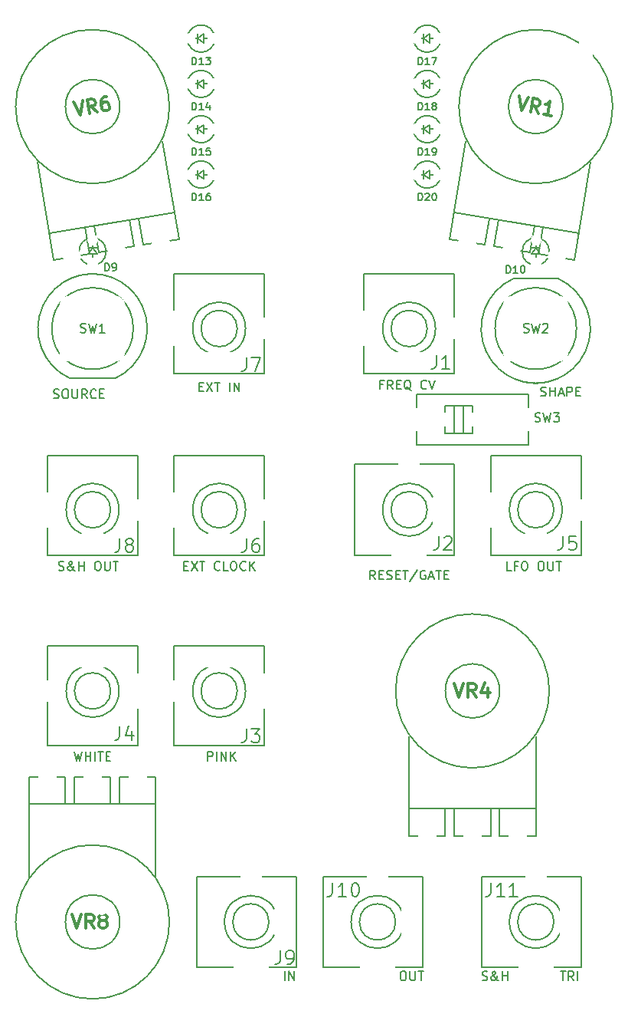
<source format=gto>
G04 #@! TF.FileFunction,Legend,Top*
%FSLAX46Y46*%
G04 Gerber Fmt 4.6, Leading zero omitted, Abs format (unit mm)*
G04 Created by KiCad (PCBNEW 4.0.2-stable) date 2017-03-21 6:39:37 PM*
%MOMM*%
G01*
G04 APERTURE LIST*
%ADD10C,0.100000*%
%ADD11C,0.150000*%
%ADD12C,0.304800*%
%ADD13C,2.018980*%
%ADD14O,4.020000X2.520000*%
%ADD15O,2.520000X2.020000*%
%ADD16O,1.520000X3.520000*%
%ADD17O,2.520000X4.020000*%
%ADD18O,2.020000X2.520000*%
%ADD19O,3.520000X1.520000*%
%ADD20R,1.220000X1.220000*%
%ADD21C,1.220000*%
%ADD22R,1.747200X1.747200*%
%ADD23O,1.747200X1.747200*%
%ADD24C,2.270000*%
%ADD25R,1.620000X2.820000*%
%ADD26C,1.544000*%
%ADD27R,1.220000X2.520000*%
%ADD28C,1.520000*%
%ADD29R,1.544000X1.544000*%
G04 APERTURE END LIST*
D10*
D11*
X63714286Y-65654762D02*
X63857143Y-65702381D01*
X64095239Y-65702381D01*
X64190477Y-65654762D01*
X64238096Y-65607143D01*
X64285715Y-65511905D01*
X64285715Y-65416667D01*
X64238096Y-65321429D01*
X64190477Y-65273810D01*
X64095239Y-65226190D01*
X63904762Y-65178571D01*
X63809524Y-65130952D01*
X63761905Y-65083333D01*
X63714286Y-64988095D01*
X63714286Y-64892857D01*
X63761905Y-64797619D01*
X63809524Y-64750000D01*
X63904762Y-64702381D01*
X64142858Y-64702381D01*
X64285715Y-64750000D01*
X64904762Y-64702381D02*
X65095239Y-64702381D01*
X65190477Y-64750000D01*
X65285715Y-64845238D01*
X65333334Y-65035714D01*
X65333334Y-65369048D01*
X65285715Y-65559524D01*
X65190477Y-65654762D01*
X65095239Y-65702381D01*
X64904762Y-65702381D01*
X64809524Y-65654762D01*
X64714286Y-65559524D01*
X64666667Y-65369048D01*
X64666667Y-65035714D01*
X64714286Y-64845238D01*
X64809524Y-64750000D01*
X64904762Y-64702381D01*
X65761905Y-64702381D02*
X65761905Y-65511905D01*
X65809524Y-65607143D01*
X65857143Y-65654762D01*
X65952381Y-65702381D01*
X66142858Y-65702381D01*
X66238096Y-65654762D01*
X66285715Y-65607143D01*
X66333334Y-65511905D01*
X66333334Y-64702381D01*
X67380953Y-65702381D02*
X67047619Y-65226190D01*
X66809524Y-65702381D02*
X66809524Y-64702381D01*
X67190477Y-64702381D01*
X67285715Y-64750000D01*
X67333334Y-64797619D01*
X67380953Y-64892857D01*
X67380953Y-65035714D01*
X67333334Y-65130952D01*
X67285715Y-65178571D01*
X67190477Y-65226190D01*
X66809524Y-65226190D01*
X68380953Y-65607143D02*
X68333334Y-65654762D01*
X68190477Y-65702381D01*
X68095239Y-65702381D01*
X67952381Y-65654762D01*
X67857143Y-65559524D01*
X67809524Y-65464286D01*
X67761905Y-65273810D01*
X67761905Y-65130952D01*
X67809524Y-64940476D01*
X67857143Y-64845238D01*
X67952381Y-64750000D01*
X68095239Y-64702381D01*
X68190477Y-64702381D01*
X68333334Y-64750000D01*
X68380953Y-64797619D01*
X68809524Y-65178571D02*
X69142858Y-65178571D01*
X69285715Y-65702381D02*
X68809524Y-65702381D01*
X68809524Y-64702381D01*
X69285715Y-64702381D01*
X117559524Y-65404762D02*
X117702381Y-65452381D01*
X117940477Y-65452381D01*
X118035715Y-65404762D01*
X118083334Y-65357143D01*
X118130953Y-65261905D01*
X118130953Y-65166667D01*
X118083334Y-65071429D01*
X118035715Y-65023810D01*
X117940477Y-64976190D01*
X117750000Y-64928571D01*
X117654762Y-64880952D01*
X117607143Y-64833333D01*
X117559524Y-64738095D01*
X117559524Y-64642857D01*
X117607143Y-64547619D01*
X117654762Y-64500000D01*
X117750000Y-64452381D01*
X117988096Y-64452381D01*
X118130953Y-64500000D01*
X118559524Y-65452381D02*
X118559524Y-64452381D01*
X118559524Y-64928571D02*
X119130953Y-64928571D01*
X119130953Y-65452381D02*
X119130953Y-64452381D01*
X119559524Y-65166667D02*
X120035715Y-65166667D01*
X119464286Y-65452381D02*
X119797619Y-64452381D01*
X120130953Y-65452381D01*
X120464286Y-65452381D02*
X120464286Y-64452381D01*
X120845239Y-64452381D01*
X120940477Y-64500000D01*
X120988096Y-64547619D01*
X121035715Y-64642857D01*
X121035715Y-64785714D01*
X120988096Y-64880952D01*
X120940477Y-64928571D01*
X120845239Y-64976190D01*
X120464286Y-64976190D01*
X121464286Y-64928571D02*
X121797620Y-64928571D01*
X121940477Y-65452381D02*
X121464286Y-65452381D01*
X121464286Y-64452381D01*
X121940477Y-64452381D01*
X119726191Y-128952381D02*
X120297620Y-128952381D01*
X120011905Y-129952381D02*
X120011905Y-128952381D01*
X121202382Y-129952381D02*
X120869048Y-129476190D01*
X120630953Y-129952381D02*
X120630953Y-128952381D01*
X121011906Y-128952381D01*
X121107144Y-129000000D01*
X121154763Y-129047619D01*
X121202382Y-129142857D01*
X121202382Y-129285714D01*
X121154763Y-129380952D01*
X121107144Y-129428571D01*
X121011906Y-129476190D01*
X120630953Y-129476190D01*
X121630953Y-129952381D02*
X121630953Y-128952381D01*
X111071429Y-129904762D02*
X111214286Y-129952381D01*
X111452382Y-129952381D01*
X111547620Y-129904762D01*
X111595239Y-129857143D01*
X111642858Y-129761905D01*
X111642858Y-129666667D01*
X111595239Y-129571429D01*
X111547620Y-129523810D01*
X111452382Y-129476190D01*
X111261905Y-129428571D01*
X111166667Y-129380952D01*
X111119048Y-129333333D01*
X111071429Y-129238095D01*
X111071429Y-129142857D01*
X111119048Y-129047619D01*
X111166667Y-129000000D01*
X111261905Y-128952381D01*
X111500001Y-128952381D01*
X111642858Y-129000000D01*
X112880953Y-129952381D02*
X112833334Y-129952381D01*
X112738096Y-129904762D01*
X112595239Y-129761905D01*
X112357144Y-129476190D01*
X112261905Y-129333333D01*
X112214286Y-129190476D01*
X112214286Y-129095238D01*
X112261905Y-129000000D01*
X112357144Y-128952381D01*
X112404763Y-128952381D01*
X112500001Y-129000000D01*
X112547620Y-129095238D01*
X112547620Y-129142857D01*
X112500001Y-129238095D01*
X112452382Y-129285714D01*
X112166667Y-129476190D01*
X112119048Y-129523810D01*
X112071429Y-129619048D01*
X112071429Y-129761905D01*
X112119048Y-129857143D01*
X112166667Y-129904762D01*
X112261905Y-129952381D01*
X112404763Y-129952381D01*
X112500001Y-129904762D01*
X112547620Y-129857143D01*
X112690477Y-129666667D01*
X112738096Y-129523810D01*
X112738096Y-129428571D01*
X113309524Y-129952381D02*
X113309524Y-128952381D01*
X113309524Y-129428571D02*
X113880953Y-129428571D01*
X113880953Y-129952381D02*
X113880953Y-128952381D01*
X102250000Y-128952381D02*
X102440477Y-128952381D01*
X102535715Y-129000000D01*
X102630953Y-129095238D01*
X102678572Y-129285714D01*
X102678572Y-129619048D01*
X102630953Y-129809524D01*
X102535715Y-129904762D01*
X102440477Y-129952381D01*
X102250000Y-129952381D01*
X102154762Y-129904762D01*
X102059524Y-129809524D01*
X102011905Y-129619048D01*
X102011905Y-129285714D01*
X102059524Y-129095238D01*
X102154762Y-129000000D01*
X102250000Y-128952381D01*
X103107143Y-128952381D02*
X103107143Y-129761905D01*
X103154762Y-129857143D01*
X103202381Y-129904762D01*
X103297619Y-129952381D01*
X103488096Y-129952381D01*
X103583334Y-129904762D01*
X103630953Y-129857143D01*
X103678572Y-129761905D01*
X103678572Y-128952381D01*
X104011905Y-128952381D02*
X104583334Y-128952381D01*
X104297619Y-129952381D02*
X104297619Y-128952381D01*
X89226191Y-129952381D02*
X89226191Y-128952381D01*
X89702381Y-129952381D02*
X89702381Y-128952381D01*
X90273810Y-129952381D01*
X90273810Y-128952381D01*
X80726191Y-105702381D02*
X80726191Y-104702381D01*
X81107144Y-104702381D01*
X81202382Y-104750000D01*
X81250001Y-104797619D01*
X81297620Y-104892857D01*
X81297620Y-105035714D01*
X81250001Y-105130952D01*
X81202382Y-105178571D01*
X81107144Y-105226190D01*
X80726191Y-105226190D01*
X81726191Y-105702381D02*
X81726191Y-104702381D01*
X82202381Y-105702381D02*
X82202381Y-104702381D01*
X82773810Y-105702381D01*
X82773810Y-104702381D01*
X83250000Y-105702381D02*
X83250000Y-104702381D01*
X83821429Y-105702381D02*
X83392857Y-105130952D01*
X83821429Y-104702381D02*
X83250000Y-105273810D01*
X65976191Y-104702381D02*
X66214286Y-105702381D01*
X66404763Y-104988095D01*
X66595239Y-105702381D01*
X66833334Y-104702381D01*
X67214286Y-105702381D02*
X67214286Y-104702381D01*
X67214286Y-105178571D02*
X67785715Y-105178571D01*
X67785715Y-105702381D02*
X67785715Y-104702381D01*
X68261905Y-105702381D02*
X68261905Y-104702381D01*
X68595238Y-104702381D02*
X69166667Y-104702381D01*
X68880952Y-105702381D02*
X68880952Y-104702381D01*
X69500000Y-105178571D02*
X69833334Y-105178571D01*
X69976191Y-105702381D02*
X69500000Y-105702381D01*
X69500000Y-104702381D01*
X69976191Y-104702381D01*
X99261905Y-85702381D02*
X98928571Y-85226190D01*
X98690476Y-85702381D02*
X98690476Y-84702381D01*
X99071429Y-84702381D01*
X99166667Y-84750000D01*
X99214286Y-84797619D01*
X99261905Y-84892857D01*
X99261905Y-85035714D01*
X99214286Y-85130952D01*
X99166667Y-85178571D01*
X99071429Y-85226190D01*
X98690476Y-85226190D01*
X99690476Y-85178571D02*
X100023810Y-85178571D01*
X100166667Y-85702381D02*
X99690476Y-85702381D01*
X99690476Y-84702381D01*
X100166667Y-84702381D01*
X100547619Y-85654762D02*
X100690476Y-85702381D01*
X100928572Y-85702381D01*
X101023810Y-85654762D01*
X101071429Y-85607143D01*
X101119048Y-85511905D01*
X101119048Y-85416667D01*
X101071429Y-85321429D01*
X101023810Y-85273810D01*
X100928572Y-85226190D01*
X100738095Y-85178571D01*
X100642857Y-85130952D01*
X100595238Y-85083333D01*
X100547619Y-84988095D01*
X100547619Y-84892857D01*
X100595238Y-84797619D01*
X100642857Y-84750000D01*
X100738095Y-84702381D01*
X100976191Y-84702381D01*
X101119048Y-84750000D01*
X101547619Y-85178571D02*
X101880953Y-85178571D01*
X102023810Y-85702381D02*
X101547619Y-85702381D01*
X101547619Y-84702381D01*
X102023810Y-84702381D01*
X102309524Y-84702381D02*
X102880953Y-84702381D01*
X102595238Y-85702381D02*
X102595238Y-84702381D01*
X103928572Y-84654762D02*
X103071429Y-85940476D01*
X104785715Y-84750000D02*
X104690477Y-84702381D01*
X104547620Y-84702381D01*
X104404762Y-84750000D01*
X104309524Y-84845238D01*
X104261905Y-84940476D01*
X104214286Y-85130952D01*
X104214286Y-85273810D01*
X104261905Y-85464286D01*
X104309524Y-85559524D01*
X104404762Y-85654762D01*
X104547620Y-85702381D01*
X104642858Y-85702381D01*
X104785715Y-85654762D01*
X104833334Y-85607143D01*
X104833334Y-85273810D01*
X104642858Y-85273810D01*
X105214286Y-85416667D02*
X105690477Y-85416667D01*
X105119048Y-85702381D02*
X105452381Y-84702381D01*
X105785715Y-85702381D01*
X105976191Y-84702381D02*
X106547620Y-84702381D01*
X106261905Y-85702381D02*
X106261905Y-84702381D01*
X106880953Y-85178571D02*
X107214287Y-85178571D01*
X107357144Y-85702381D02*
X106880953Y-85702381D01*
X106880953Y-84702381D01*
X107357144Y-84702381D01*
X114297619Y-84702381D02*
X113821428Y-84702381D01*
X113821428Y-83702381D01*
X114964286Y-84178571D02*
X114630952Y-84178571D01*
X114630952Y-84702381D02*
X114630952Y-83702381D01*
X115107143Y-83702381D01*
X115678571Y-83702381D02*
X115869048Y-83702381D01*
X115964286Y-83750000D01*
X116059524Y-83845238D01*
X116107143Y-84035714D01*
X116107143Y-84369048D01*
X116059524Y-84559524D01*
X115964286Y-84654762D01*
X115869048Y-84702381D01*
X115678571Y-84702381D01*
X115583333Y-84654762D01*
X115488095Y-84559524D01*
X115440476Y-84369048D01*
X115440476Y-84035714D01*
X115488095Y-83845238D01*
X115583333Y-83750000D01*
X115678571Y-83702381D01*
X117488095Y-83702381D02*
X117678572Y-83702381D01*
X117773810Y-83750000D01*
X117869048Y-83845238D01*
X117916667Y-84035714D01*
X117916667Y-84369048D01*
X117869048Y-84559524D01*
X117773810Y-84654762D01*
X117678572Y-84702381D01*
X117488095Y-84702381D01*
X117392857Y-84654762D01*
X117297619Y-84559524D01*
X117250000Y-84369048D01*
X117250000Y-84035714D01*
X117297619Y-83845238D01*
X117392857Y-83750000D01*
X117488095Y-83702381D01*
X118345238Y-83702381D02*
X118345238Y-84511905D01*
X118392857Y-84607143D01*
X118440476Y-84654762D01*
X118535714Y-84702381D01*
X118726191Y-84702381D01*
X118821429Y-84654762D01*
X118869048Y-84607143D01*
X118916667Y-84511905D01*
X118916667Y-83702381D01*
X119250000Y-83702381D02*
X119821429Y-83702381D01*
X119535714Y-84702381D02*
X119535714Y-83702381D01*
X78119047Y-84178571D02*
X78452381Y-84178571D01*
X78595238Y-84702381D02*
X78119047Y-84702381D01*
X78119047Y-83702381D01*
X78595238Y-83702381D01*
X78928571Y-83702381D02*
X79595238Y-84702381D01*
X79595238Y-83702381D02*
X78928571Y-84702381D01*
X79833333Y-83702381D02*
X80404762Y-83702381D01*
X80119047Y-84702381D02*
X80119047Y-83702381D01*
X82071429Y-84607143D02*
X82023810Y-84654762D01*
X81880953Y-84702381D01*
X81785715Y-84702381D01*
X81642857Y-84654762D01*
X81547619Y-84559524D01*
X81500000Y-84464286D01*
X81452381Y-84273810D01*
X81452381Y-84130952D01*
X81500000Y-83940476D01*
X81547619Y-83845238D01*
X81642857Y-83750000D01*
X81785715Y-83702381D01*
X81880953Y-83702381D01*
X82023810Y-83750000D01*
X82071429Y-83797619D01*
X82976191Y-84702381D02*
X82500000Y-84702381D01*
X82500000Y-83702381D01*
X83500000Y-83702381D02*
X83690477Y-83702381D01*
X83785715Y-83750000D01*
X83880953Y-83845238D01*
X83928572Y-84035714D01*
X83928572Y-84369048D01*
X83880953Y-84559524D01*
X83785715Y-84654762D01*
X83690477Y-84702381D01*
X83500000Y-84702381D01*
X83404762Y-84654762D01*
X83309524Y-84559524D01*
X83261905Y-84369048D01*
X83261905Y-84035714D01*
X83309524Y-83845238D01*
X83404762Y-83750000D01*
X83500000Y-83702381D01*
X84928572Y-84607143D02*
X84880953Y-84654762D01*
X84738096Y-84702381D01*
X84642858Y-84702381D01*
X84500000Y-84654762D01*
X84404762Y-84559524D01*
X84357143Y-84464286D01*
X84309524Y-84273810D01*
X84309524Y-84130952D01*
X84357143Y-83940476D01*
X84404762Y-83845238D01*
X84500000Y-83750000D01*
X84642858Y-83702381D01*
X84738096Y-83702381D01*
X84880953Y-83750000D01*
X84928572Y-83797619D01*
X85357143Y-84702381D02*
X85357143Y-83702381D01*
X85928572Y-84702381D02*
X85500000Y-84130952D01*
X85928572Y-83702381D02*
X85357143Y-84273810D01*
X64261905Y-84654762D02*
X64404762Y-84702381D01*
X64642858Y-84702381D01*
X64738096Y-84654762D01*
X64785715Y-84607143D01*
X64833334Y-84511905D01*
X64833334Y-84416667D01*
X64785715Y-84321429D01*
X64738096Y-84273810D01*
X64642858Y-84226190D01*
X64452381Y-84178571D01*
X64357143Y-84130952D01*
X64309524Y-84083333D01*
X64261905Y-83988095D01*
X64261905Y-83892857D01*
X64309524Y-83797619D01*
X64357143Y-83750000D01*
X64452381Y-83702381D01*
X64690477Y-83702381D01*
X64833334Y-83750000D01*
X66071429Y-84702381D02*
X66023810Y-84702381D01*
X65928572Y-84654762D01*
X65785715Y-84511905D01*
X65547620Y-84226190D01*
X65452381Y-84083333D01*
X65404762Y-83940476D01*
X65404762Y-83845238D01*
X65452381Y-83750000D01*
X65547620Y-83702381D01*
X65595239Y-83702381D01*
X65690477Y-83750000D01*
X65738096Y-83845238D01*
X65738096Y-83892857D01*
X65690477Y-83988095D01*
X65642858Y-84035714D01*
X65357143Y-84226190D01*
X65309524Y-84273810D01*
X65261905Y-84369048D01*
X65261905Y-84511905D01*
X65309524Y-84607143D01*
X65357143Y-84654762D01*
X65452381Y-84702381D01*
X65595239Y-84702381D01*
X65690477Y-84654762D01*
X65738096Y-84607143D01*
X65880953Y-84416667D01*
X65928572Y-84273810D01*
X65928572Y-84178571D01*
X66500000Y-84702381D02*
X66500000Y-83702381D01*
X66500000Y-84178571D02*
X67071429Y-84178571D01*
X67071429Y-84702381D02*
X67071429Y-83702381D01*
X68500000Y-83702381D02*
X68690477Y-83702381D01*
X68785715Y-83750000D01*
X68880953Y-83845238D01*
X68928572Y-84035714D01*
X68928572Y-84369048D01*
X68880953Y-84559524D01*
X68785715Y-84654762D01*
X68690477Y-84702381D01*
X68500000Y-84702381D01*
X68404762Y-84654762D01*
X68309524Y-84559524D01*
X68261905Y-84369048D01*
X68261905Y-84035714D01*
X68309524Y-83845238D01*
X68404762Y-83750000D01*
X68500000Y-83702381D01*
X69357143Y-83702381D02*
X69357143Y-84511905D01*
X69404762Y-84607143D01*
X69452381Y-84654762D01*
X69547619Y-84702381D01*
X69738096Y-84702381D01*
X69833334Y-84654762D01*
X69880953Y-84607143D01*
X69928572Y-84511905D01*
X69928572Y-83702381D01*
X70261905Y-83702381D02*
X70833334Y-83702381D01*
X70547619Y-84702381D02*
X70547619Y-83702381D01*
X100107143Y-64178571D02*
X99773809Y-64178571D01*
X99773809Y-64702381D02*
X99773809Y-63702381D01*
X100250000Y-63702381D01*
X101202381Y-64702381D02*
X100869047Y-64226190D01*
X100630952Y-64702381D02*
X100630952Y-63702381D01*
X101011905Y-63702381D01*
X101107143Y-63750000D01*
X101154762Y-63797619D01*
X101202381Y-63892857D01*
X101202381Y-64035714D01*
X101154762Y-64130952D01*
X101107143Y-64178571D01*
X101011905Y-64226190D01*
X100630952Y-64226190D01*
X101630952Y-64178571D02*
X101964286Y-64178571D01*
X102107143Y-64702381D02*
X101630952Y-64702381D01*
X101630952Y-63702381D01*
X102107143Y-63702381D01*
X103202381Y-64797619D02*
X103107143Y-64750000D01*
X103011905Y-64654762D01*
X102869048Y-64511905D01*
X102773809Y-64464286D01*
X102678571Y-64464286D01*
X102726190Y-64702381D02*
X102630952Y-64654762D01*
X102535714Y-64559524D01*
X102488095Y-64369048D01*
X102488095Y-64035714D01*
X102535714Y-63845238D01*
X102630952Y-63750000D01*
X102726190Y-63702381D01*
X102916667Y-63702381D01*
X103011905Y-63750000D01*
X103107143Y-63845238D01*
X103154762Y-64035714D01*
X103154762Y-64369048D01*
X103107143Y-64559524D01*
X103011905Y-64654762D01*
X102916667Y-64702381D01*
X102726190Y-64702381D01*
X104916667Y-64607143D02*
X104869048Y-64654762D01*
X104726191Y-64702381D01*
X104630953Y-64702381D01*
X104488095Y-64654762D01*
X104392857Y-64559524D01*
X104345238Y-64464286D01*
X104297619Y-64273810D01*
X104297619Y-64130952D01*
X104345238Y-63940476D01*
X104392857Y-63845238D01*
X104488095Y-63750000D01*
X104630953Y-63702381D01*
X104726191Y-63702381D01*
X104869048Y-63750000D01*
X104916667Y-63797619D01*
X105202381Y-63702381D02*
X105535714Y-64702381D01*
X105869048Y-63702381D01*
X79785714Y-64428571D02*
X80119048Y-64428571D01*
X80261905Y-64952381D02*
X79785714Y-64952381D01*
X79785714Y-63952381D01*
X80261905Y-63952381D01*
X80595238Y-63952381D02*
X81261905Y-64952381D01*
X81261905Y-63952381D02*
X80595238Y-64952381D01*
X81500000Y-63952381D02*
X82071429Y-63952381D01*
X81785714Y-64952381D02*
X81785714Y-63952381D01*
X83166667Y-64952381D02*
X83166667Y-63952381D01*
X83642857Y-64952381D02*
X83642857Y-63952381D01*
X84214286Y-64952381D01*
X84214286Y-63952381D01*
X111895524Y-45826570D02*
X111400382Y-48785427D01*
X111400382Y-48785427D02*
X107455239Y-48125236D01*
X116826952Y-46651808D02*
X116331810Y-49610665D01*
X116331810Y-49610665D02*
X112386667Y-48950474D01*
X112386667Y-48950474D02*
X112881810Y-45991618D01*
X121263238Y-50435903D02*
X117318095Y-49775712D01*
X117318095Y-49775712D02*
X117813238Y-46816856D01*
X107950382Y-45166380D02*
X121758380Y-47477046D01*
X121263238Y-50435903D02*
X123078761Y-39586761D01*
X107455239Y-48125236D02*
X109270763Y-37276095D01*
X120000000Y-33500000D02*
G75*
G03X120000000Y-33500000I-3000000J0D01*
G01*
X125500000Y-33500000D02*
G75*
G03X125500000Y-33500000I-8500000J0D01*
G01*
X105915476Y-78000000D02*
G75*
G03X105915476Y-78000000I-2915476J0D01*
G01*
X108000000Y-73000000D02*
X108000000Y-83000000D01*
X108000000Y-83000000D02*
X97000000Y-83000000D01*
X97000000Y-83000000D02*
X97000000Y-73000000D01*
X97000000Y-73000000D02*
X108000000Y-73000000D01*
X105000000Y-78000000D02*
G75*
G03X105000000Y-78000000I-2000000J0D01*
G01*
X84915476Y-98000000D02*
G75*
G03X84915476Y-98000000I-2915476J0D01*
G01*
X77000000Y-93000000D02*
X87000000Y-93000000D01*
X87000000Y-93000000D02*
X87000000Y-104000000D01*
X87000000Y-104000000D02*
X77000000Y-104000000D01*
X77000000Y-104000000D02*
X77000000Y-93000000D01*
X84000000Y-98000000D02*
G75*
G03X84000000Y-98000000I-2000000J0D01*
G01*
X68000000Y-48200000D02*
X68000000Y-48000000D01*
X68000000Y-50700000D02*
X68000000Y-51000000D01*
X68000000Y-49100000D02*
X68000000Y-48200000D01*
X68000000Y-50700000D02*
X68000000Y-49800000D01*
X67500000Y-49100000D02*
X68500000Y-49100000D01*
X67500000Y-49800000D02*
X68500000Y-49800000D01*
X68500000Y-49800000D02*
X68000000Y-49100000D01*
X68000000Y-49100000D02*
X67500000Y-49800000D01*
X69500000Y-49500000D02*
G75*
G03X69500000Y-49500000I-1500000J0D01*
G01*
X117000000Y-48200000D02*
X117000000Y-48000000D01*
X117000000Y-50700000D02*
X117000000Y-51000000D01*
X117000000Y-49100000D02*
X117000000Y-48200000D01*
X117000000Y-50700000D02*
X117000000Y-49800000D01*
X116500000Y-49100000D02*
X117500000Y-49100000D01*
X116500000Y-49800000D02*
X117500000Y-49800000D01*
X117500000Y-49800000D02*
X117000000Y-49100000D01*
X117000000Y-49100000D02*
X116500000Y-49800000D01*
X118500000Y-49500000D02*
G75*
G03X118500000Y-49500000I-1500000J0D01*
G01*
X78700000Y-26000000D02*
X78500000Y-26000000D01*
X81200000Y-26000000D02*
X81500000Y-26000000D01*
X79600000Y-26000000D02*
X78700000Y-26000000D01*
X81200000Y-26000000D02*
X80300000Y-26000000D01*
X79600000Y-26500000D02*
X79600000Y-25500000D01*
X80300000Y-26500000D02*
X80300000Y-25500000D01*
X80300000Y-25500000D02*
X79600000Y-26000000D01*
X79600000Y-26000000D02*
X80300000Y-26500000D01*
X81500000Y-26000000D02*
G75*
G03X81500000Y-26000000I-1500000J0D01*
G01*
X78700000Y-31000000D02*
X78500000Y-31000000D01*
X81200000Y-31000000D02*
X81500000Y-31000000D01*
X79600000Y-31000000D02*
X78700000Y-31000000D01*
X81200000Y-31000000D02*
X80300000Y-31000000D01*
X79600000Y-31500000D02*
X79600000Y-30500000D01*
X80300000Y-31500000D02*
X80300000Y-30500000D01*
X80300000Y-30500000D02*
X79600000Y-31000000D01*
X79600000Y-31000000D02*
X80300000Y-31500000D01*
X81500000Y-31000000D02*
G75*
G03X81500000Y-31000000I-1500000J0D01*
G01*
X78700000Y-36000000D02*
X78500000Y-36000000D01*
X81200000Y-36000000D02*
X81500000Y-36000000D01*
X79600000Y-36000000D02*
X78700000Y-36000000D01*
X81200000Y-36000000D02*
X80300000Y-36000000D01*
X79600000Y-36500000D02*
X79600000Y-35500000D01*
X80300000Y-36500000D02*
X80300000Y-35500000D01*
X80300000Y-35500000D02*
X79600000Y-36000000D01*
X79600000Y-36000000D02*
X80300000Y-36500000D01*
X81500000Y-36000000D02*
G75*
G03X81500000Y-36000000I-1500000J0D01*
G01*
X78700000Y-41000000D02*
X78500000Y-41000000D01*
X81200000Y-41000000D02*
X81500000Y-41000000D01*
X79600000Y-41000000D02*
X78700000Y-41000000D01*
X81200000Y-41000000D02*
X80300000Y-41000000D01*
X79600000Y-41500000D02*
X79600000Y-40500000D01*
X80300000Y-41500000D02*
X80300000Y-40500000D01*
X80300000Y-40500000D02*
X79600000Y-41000000D01*
X79600000Y-41000000D02*
X80300000Y-41500000D01*
X81500000Y-41000000D02*
G75*
G03X81500000Y-41000000I-1500000J0D01*
G01*
X103700000Y-26000000D02*
X103500000Y-26000000D01*
X106200000Y-26000000D02*
X106500000Y-26000000D01*
X104600000Y-26000000D02*
X103700000Y-26000000D01*
X106200000Y-26000000D02*
X105300000Y-26000000D01*
X104600000Y-26500000D02*
X104600000Y-25500000D01*
X105300000Y-26500000D02*
X105300000Y-25500000D01*
X105300000Y-25500000D02*
X104600000Y-26000000D01*
X104600000Y-26000000D02*
X105300000Y-26500000D01*
X106500000Y-26000000D02*
G75*
G03X106500000Y-26000000I-1500000J0D01*
G01*
X103700000Y-31000000D02*
X103500000Y-31000000D01*
X106200000Y-31000000D02*
X106500000Y-31000000D01*
X104600000Y-31000000D02*
X103700000Y-31000000D01*
X106200000Y-31000000D02*
X105300000Y-31000000D01*
X104600000Y-31500000D02*
X104600000Y-30500000D01*
X105300000Y-31500000D02*
X105300000Y-30500000D01*
X105300000Y-30500000D02*
X104600000Y-31000000D01*
X104600000Y-31000000D02*
X105300000Y-31500000D01*
X106500000Y-31000000D02*
G75*
G03X106500000Y-31000000I-1500000J0D01*
G01*
X103700000Y-36000000D02*
X103500000Y-36000000D01*
X106200000Y-36000000D02*
X106500000Y-36000000D01*
X104600000Y-36000000D02*
X103700000Y-36000000D01*
X106200000Y-36000000D02*
X105300000Y-36000000D01*
X104600000Y-36500000D02*
X104600000Y-35500000D01*
X105300000Y-36500000D02*
X105300000Y-35500000D01*
X105300000Y-35500000D02*
X104600000Y-36000000D01*
X104600000Y-36000000D02*
X105300000Y-36500000D01*
X106500000Y-36000000D02*
G75*
G03X106500000Y-36000000I-1500000J0D01*
G01*
X103700000Y-41000000D02*
X103500000Y-41000000D01*
X106200000Y-41000000D02*
X106500000Y-41000000D01*
X104600000Y-41000000D02*
X103700000Y-41000000D01*
X106200000Y-41000000D02*
X105300000Y-41000000D01*
X104600000Y-41500000D02*
X104600000Y-40500000D01*
X105300000Y-41500000D02*
X105300000Y-40500000D01*
X105300000Y-40500000D02*
X104600000Y-41000000D01*
X104600000Y-41000000D02*
X105300000Y-41500000D01*
X106500000Y-41000000D02*
G75*
G03X106500000Y-41000000I-1500000J0D01*
G01*
X105915476Y-58000000D02*
G75*
G03X105915476Y-58000000I-2915476J0D01*
G01*
X108000000Y-63000000D02*
X98000000Y-63000000D01*
X98000000Y-63000000D02*
X98000000Y-52000000D01*
X98000000Y-52000000D02*
X108000000Y-52000000D01*
X108000000Y-52000000D02*
X108000000Y-63000000D01*
X105000000Y-58000000D02*
G75*
G03X105000000Y-58000000I-2000000J0D01*
G01*
X70915476Y-98000000D02*
G75*
G03X70915476Y-98000000I-2915476J0D01*
G01*
X63000000Y-93000000D02*
X73000000Y-93000000D01*
X73000000Y-93000000D02*
X73000000Y-104000000D01*
X73000000Y-104000000D02*
X63000000Y-104000000D01*
X63000000Y-104000000D02*
X63000000Y-93000000D01*
X70000000Y-98000000D02*
G75*
G03X70000000Y-98000000I-2000000J0D01*
G01*
X119915476Y-78000000D02*
G75*
G03X119915476Y-78000000I-2915476J0D01*
G01*
X122000000Y-83000000D02*
X112000000Y-83000000D01*
X112000000Y-83000000D02*
X112000000Y-72000000D01*
X112000000Y-72000000D02*
X122000000Y-72000000D01*
X122000000Y-72000000D02*
X122000000Y-83000000D01*
X119000000Y-78000000D02*
G75*
G03X119000000Y-78000000I-2000000J0D01*
G01*
X84915476Y-78000000D02*
G75*
G03X84915476Y-78000000I-2915476J0D01*
G01*
X87000000Y-83000000D02*
X77000000Y-83000000D01*
X77000000Y-83000000D02*
X77000000Y-72000000D01*
X77000000Y-72000000D02*
X87000000Y-72000000D01*
X87000000Y-72000000D02*
X87000000Y-83000000D01*
X84000000Y-78000000D02*
G75*
G03X84000000Y-78000000I-2000000J0D01*
G01*
X84915476Y-58000000D02*
G75*
G03X84915476Y-58000000I-2915476J0D01*
G01*
X87000000Y-63000000D02*
X77000000Y-63000000D01*
X77000000Y-63000000D02*
X77000000Y-52000000D01*
X77000000Y-52000000D02*
X87000000Y-52000000D01*
X87000000Y-52000000D02*
X87000000Y-63000000D01*
X84000000Y-58000000D02*
G75*
G03X84000000Y-58000000I-2000000J0D01*
G01*
X70915476Y-78000000D02*
G75*
G03X70915476Y-78000000I-2915476J0D01*
G01*
X73000000Y-83000000D02*
X63000000Y-83000000D01*
X63000000Y-83000000D02*
X63000000Y-72000000D01*
X63000000Y-72000000D02*
X73000000Y-72000000D01*
X73000000Y-72000000D02*
X73000000Y-83000000D01*
X70000000Y-78000000D02*
G75*
G03X70000000Y-78000000I-2000000J0D01*
G01*
X88415476Y-123500000D02*
G75*
G03X88415476Y-123500000I-2915476J0D01*
G01*
X90500000Y-118500000D02*
X90500000Y-128500000D01*
X90500000Y-128500000D02*
X79500000Y-128500000D01*
X79500000Y-128500000D02*
X79500000Y-118500000D01*
X79500000Y-118500000D02*
X90500000Y-118500000D01*
X87500000Y-123500000D02*
G75*
G03X87500000Y-123500000I-2000000J0D01*
G01*
X102415476Y-123500000D02*
G75*
G03X102415476Y-123500000I-2915476J0D01*
G01*
X104500000Y-118500000D02*
X104500000Y-128500000D01*
X104500000Y-128500000D02*
X93500000Y-128500000D01*
X93500000Y-128500000D02*
X93500000Y-118500000D01*
X93500000Y-118500000D02*
X104500000Y-118500000D01*
X101500000Y-123500000D02*
G75*
G03X101500000Y-123500000I-2000000J0D01*
G01*
X119915476Y-123500000D02*
G75*
G03X119915476Y-123500000I-2915476J0D01*
G01*
X122000000Y-118500000D02*
X122000000Y-128500000D01*
X122000000Y-128500000D02*
X111000000Y-128500000D01*
X111000000Y-128500000D02*
X111000000Y-118500000D01*
X111000000Y-118500000D02*
X122000000Y-118500000D01*
X119000000Y-123500000D02*
G75*
G03X119000000Y-123500000I-2000000J0D01*
G01*
X70500000Y-52500000D02*
G75*
G03X62500000Y-55500000I-2500000J-5500000D01*
G01*
X73500000Y-55500000D02*
G75*
G03X65500000Y-52500000I-5500000J-2500000D01*
G01*
X70500000Y-63500000D02*
G75*
G03X73500000Y-55500000I-2500000J5500000D01*
G01*
X62500000Y-55500000D02*
G75*
G03X65500000Y-63500000I5500000J-2500000D01*
G01*
X70500000Y-63500000D02*
X65500000Y-63500000D01*
X72500000Y-58000000D02*
G75*
G03X72500000Y-58000000I-4500000J0D01*
G01*
X114500000Y-63500000D02*
G75*
G03X122500000Y-60500000I2500000J5500000D01*
G01*
X111500000Y-60500000D02*
G75*
G03X119500000Y-63500000I5500000J2500000D01*
G01*
X114500000Y-52500000D02*
G75*
G03X111500000Y-60500000I2500000J-5500000D01*
G01*
X122500000Y-60500000D02*
G75*
G03X119500000Y-52500000I-5500000J2500000D01*
G01*
X114500000Y-52500000D02*
X119500000Y-52500000D01*
X121500000Y-58000000D02*
G75*
G03X121500000Y-58000000I-4500000J0D01*
G01*
X107000000Y-111000000D02*
X107000000Y-114000000D01*
X107000000Y-114000000D02*
X103000000Y-114000000D01*
X112000000Y-111000000D02*
X112000000Y-114000000D01*
X112000000Y-114000000D02*
X108000000Y-114000000D01*
X108000000Y-114000000D02*
X108000000Y-111000000D01*
X117000000Y-114000000D02*
X113000000Y-114000000D01*
X113000000Y-114000000D02*
X113000000Y-111000000D01*
X103000000Y-111000000D02*
X117000000Y-111000000D01*
X117000000Y-114000000D02*
X117000000Y-103000000D01*
X103000000Y-114000000D02*
X103000000Y-103000000D01*
X113000000Y-98000000D02*
G75*
G03X113000000Y-98000000I-3000000J0D01*
G01*
X118500000Y-98000000D02*
G75*
G03X118500000Y-98000000I-8500000J0D01*
G01*
X67186762Y-46816856D02*
X67681905Y-49775712D01*
X67681905Y-49775712D02*
X63736762Y-50435903D01*
X72118190Y-45991618D02*
X72613333Y-48950474D01*
X72613333Y-48950474D02*
X68668190Y-49610665D01*
X68668190Y-49610665D02*
X68173048Y-46651808D01*
X77544761Y-48125236D02*
X73599618Y-48785427D01*
X73599618Y-48785427D02*
X73104476Y-45826570D01*
X63241620Y-47477046D02*
X77049618Y-45166380D01*
X77544761Y-48125236D02*
X75729237Y-37276095D01*
X63736762Y-50435903D02*
X61921239Y-39586761D01*
X71000000Y-33500000D02*
G75*
G03X71000000Y-33500000I-3000000J0D01*
G01*
X76500000Y-33500000D02*
G75*
G03X76500000Y-33500000I-8500000J0D01*
G01*
X71000000Y-110500000D02*
X71000000Y-107500000D01*
X71000000Y-107500000D02*
X75000000Y-107500000D01*
X66000000Y-110500000D02*
X66000000Y-107500000D01*
X66000000Y-107500000D02*
X70000000Y-107500000D01*
X70000000Y-107500000D02*
X70000000Y-110500000D01*
X61000000Y-107500000D02*
X65000000Y-107500000D01*
X65000000Y-107500000D02*
X65000000Y-110500000D01*
X75000000Y-110500000D02*
X61000000Y-110500000D01*
X61000000Y-107500000D02*
X61000000Y-118500000D01*
X75000000Y-107500000D02*
X75000000Y-118500000D01*
X71000000Y-123500000D02*
G75*
G03X71000000Y-123500000I-3000000J0D01*
G01*
X76500000Y-123500000D02*
G75*
G03X76500000Y-123500000I-8500000J0D01*
G01*
X109000000Y-66550000D02*
X109000000Y-69550000D01*
X108000000Y-66550000D02*
X108000000Y-69550000D01*
X110000000Y-68050000D02*
X110000000Y-66550000D01*
X110000000Y-66550000D02*
X107000000Y-66550000D01*
X107000000Y-66550000D02*
X107000000Y-69550000D01*
X107000000Y-69550000D02*
X110000000Y-69550000D01*
X110000000Y-69550000D02*
X110000000Y-68050000D01*
X110000000Y-65250000D02*
X116200000Y-65250000D01*
X116200000Y-65250000D02*
X116200000Y-70850000D01*
X116200000Y-70850000D02*
X103800000Y-70850000D01*
X103800000Y-70850000D02*
X103800000Y-65250000D01*
X103800000Y-65250000D02*
X110000000Y-65250000D01*
D12*
X115169400Y-32347487D02*
X115418900Y-33934430D01*
X116171466Y-32515175D01*
X117279880Y-34245851D02*
X116898625Y-33446245D01*
X116420967Y-34102119D02*
X116672499Y-32599019D01*
X117245109Y-32694841D01*
X117376283Y-32790372D01*
X117435882Y-32873926D01*
X117483502Y-33029056D01*
X117447569Y-33243785D01*
X117352038Y-33374959D01*
X117268483Y-33434558D01*
X117113354Y-33482178D01*
X116540744Y-33386356D01*
X118711404Y-34485406D02*
X117852490Y-34341674D01*
X118281947Y-34413540D02*
X118533479Y-32910441D01*
X118354393Y-33101213D01*
X118187287Y-33220410D01*
X118032156Y-33268031D01*
D11*
X106250000Y-80928571D02*
X106250000Y-82000000D01*
X106178572Y-82214286D01*
X106035715Y-82357143D01*
X105821429Y-82428571D01*
X105678572Y-82428571D01*
X106892857Y-81071429D02*
X106964286Y-81000000D01*
X107107143Y-80928571D01*
X107464286Y-80928571D01*
X107607143Y-81000000D01*
X107678572Y-81071429D01*
X107750000Y-81214286D01*
X107750000Y-81357143D01*
X107678572Y-81571429D01*
X106821429Y-82428571D01*
X107750000Y-82428571D01*
X85000000Y-102178571D02*
X85000000Y-103250000D01*
X84928572Y-103464286D01*
X84785715Y-103607143D01*
X84571429Y-103678571D01*
X84428572Y-103678571D01*
X85571429Y-102178571D02*
X86500000Y-102178571D01*
X86000000Y-102750000D01*
X86214286Y-102750000D01*
X86357143Y-102821429D01*
X86428572Y-102892857D01*
X86500000Y-103035714D01*
X86500000Y-103392857D01*
X86428572Y-103535714D01*
X86357143Y-103607143D01*
X86214286Y-103678571D01*
X85785714Y-103678571D01*
X85642857Y-103607143D01*
X85571429Y-103535714D01*
X69400077Y-51617695D02*
X69400077Y-50804895D01*
X69593601Y-50804895D01*
X69709715Y-50843600D01*
X69787124Y-50921010D01*
X69825829Y-50998419D01*
X69864534Y-51153238D01*
X69864534Y-51269352D01*
X69825829Y-51424171D01*
X69787124Y-51501581D01*
X69709715Y-51578990D01*
X69593601Y-51617695D01*
X69400077Y-51617695D01*
X70251582Y-51617695D02*
X70406401Y-51617695D01*
X70483810Y-51578990D01*
X70522515Y-51540286D01*
X70599924Y-51424171D01*
X70638629Y-51269352D01*
X70638629Y-50959714D01*
X70599924Y-50882305D01*
X70561220Y-50843600D01*
X70483810Y-50804895D01*
X70328991Y-50804895D01*
X70251582Y-50843600D01*
X70212877Y-50882305D01*
X70174172Y-50959714D01*
X70174172Y-51153238D01*
X70212877Y-51230648D01*
X70251582Y-51269352D01*
X70328991Y-51308057D01*
X70483810Y-51308057D01*
X70561220Y-51269352D01*
X70599924Y-51230648D01*
X70638629Y-51153238D01*
X113763029Y-51867695D02*
X113763029Y-51054895D01*
X113956553Y-51054895D01*
X114072667Y-51093600D01*
X114150076Y-51171010D01*
X114188781Y-51248419D01*
X114227486Y-51403238D01*
X114227486Y-51519352D01*
X114188781Y-51674171D01*
X114150076Y-51751581D01*
X114072667Y-51828990D01*
X113956553Y-51867695D01*
X113763029Y-51867695D01*
X115001581Y-51867695D02*
X114537124Y-51867695D01*
X114769353Y-51867695D02*
X114769353Y-51054895D01*
X114691943Y-51171010D01*
X114614534Y-51248419D01*
X114537124Y-51287124D01*
X115504743Y-51054895D02*
X115582152Y-51054895D01*
X115659562Y-51093600D01*
X115698267Y-51132305D01*
X115736971Y-51209714D01*
X115775676Y-51364533D01*
X115775676Y-51558057D01*
X115736971Y-51712876D01*
X115698267Y-51790286D01*
X115659562Y-51828990D01*
X115582152Y-51867695D01*
X115504743Y-51867695D01*
X115427333Y-51828990D01*
X115388629Y-51790286D01*
X115349924Y-51712876D01*
X115311219Y-51558057D01*
X115311219Y-51364533D01*
X115349924Y-51209714D01*
X115388629Y-51132305D01*
X115427333Y-51093600D01*
X115504743Y-51054895D01*
X79013029Y-28867695D02*
X79013029Y-28054895D01*
X79206553Y-28054895D01*
X79322667Y-28093600D01*
X79400076Y-28171010D01*
X79438781Y-28248419D01*
X79477486Y-28403238D01*
X79477486Y-28519352D01*
X79438781Y-28674171D01*
X79400076Y-28751581D01*
X79322667Y-28828990D01*
X79206553Y-28867695D01*
X79013029Y-28867695D01*
X80251581Y-28867695D02*
X79787124Y-28867695D01*
X80019353Y-28867695D02*
X80019353Y-28054895D01*
X79941943Y-28171010D01*
X79864534Y-28248419D01*
X79787124Y-28287124D01*
X80522514Y-28054895D02*
X81025676Y-28054895D01*
X80754743Y-28364533D01*
X80870857Y-28364533D01*
X80948267Y-28403238D01*
X80986971Y-28441943D01*
X81025676Y-28519352D01*
X81025676Y-28712876D01*
X80986971Y-28790286D01*
X80948267Y-28828990D01*
X80870857Y-28867695D01*
X80638629Y-28867695D01*
X80561219Y-28828990D01*
X80522514Y-28790286D01*
X79013029Y-33867695D02*
X79013029Y-33054895D01*
X79206553Y-33054895D01*
X79322667Y-33093600D01*
X79400076Y-33171010D01*
X79438781Y-33248419D01*
X79477486Y-33403238D01*
X79477486Y-33519352D01*
X79438781Y-33674171D01*
X79400076Y-33751581D01*
X79322667Y-33828990D01*
X79206553Y-33867695D01*
X79013029Y-33867695D01*
X80251581Y-33867695D02*
X79787124Y-33867695D01*
X80019353Y-33867695D02*
X80019353Y-33054895D01*
X79941943Y-33171010D01*
X79864534Y-33248419D01*
X79787124Y-33287124D01*
X80948267Y-33325829D02*
X80948267Y-33867695D01*
X80754743Y-33016190D02*
X80561219Y-33596762D01*
X81064381Y-33596762D01*
X79013029Y-38867695D02*
X79013029Y-38054895D01*
X79206553Y-38054895D01*
X79322667Y-38093600D01*
X79400076Y-38171010D01*
X79438781Y-38248419D01*
X79477486Y-38403238D01*
X79477486Y-38519352D01*
X79438781Y-38674171D01*
X79400076Y-38751581D01*
X79322667Y-38828990D01*
X79206553Y-38867695D01*
X79013029Y-38867695D01*
X80251581Y-38867695D02*
X79787124Y-38867695D01*
X80019353Y-38867695D02*
X80019353Y-38054895D01*
X79941943Y-38171010D01*
X79864534Y-38248419D01*
X79787124Y-38287124D01*
X80986971Y-38054895D02*
X80599924Y-38054895D01*
X80561219Y-38441943D01*
X80599924Y-38403238D01*
X80677333Y-38364533D01*
X80870857Y-38364533D01*
X80948267Y-38403238D01*
X80986971Y-38441943D01*
X81025676Y-38519352D01*
X81025676Y-38712876D01*
X80986971Y-38790286D01*
X80948267Y-38828990D01*
X80870857Y-38867695D01*
X80677333Y-38867695D01*
X80599924Y-38828990D01*
X80561219Y-38790286D01*
X79013029Y-43867695D02*
X79013029Y-43054895D01*
X79206553Y-43054895D01*
X79322667Y-43093600D01*
X79400076Y-43171010D01*
X79438781Y-43248419D01*
X79477486Y-43403238D01*
X79477486Y-43519352D01*
X79438781Y-43674171D01*
X79400076Y-43751581D01*
X79322667Y-43828990D01*
X79206553Y-43867695D01*
X79013029Y-43867695D01*
X80251581Y-43867695D02*
X79787124Y-43867695D01*
X80019353Y-43867695D02*
X80019353Y-43054895D01*
X79941943Y-43171010D01*
X79864534Y-43248419D01*
X79787124Y-43287124D01*
X80948267Y-43054895D02*
X80793448Y-43054895D01*
X80716038Y-43093600D01*
X80677333Y-43132305D01*
X80599924Y-43248419D01*
X80561219Y-43403238D01*
X80561219Y-43712876D01*
X80599924Y-43790286D01*
X80638629Y-43828990D01*
X80716038Y-43867695D01*
X80870857Y-43867695D01*
X80948267Y-43828990D01*
X80986971Y-43790286D01*
X81025676Y-43712876D01*
X81025676Y-43519352D01*
X80986971Y-43441943D01*
X80948267Y-43403238D01*
X80870857Y-43364533D01*
X80716038Y-43364533D01*
X80638629Y-43403238D01*
X80599924Y-43441943D01*
X80561219Y-43519352D01*
X104013029Y-28867695D02*
X104013029Y-28054895D01*
X104206553Y-28054895D01*
X104322667Y-28093600D01*
X104400076Y-28171010D01*
X104438781Y-28248419D01*
X104477486Y-28403238D01*
X104477486Y-28519352D01*
X104438781Y-28674171D01*
X104400076Y-28751581D01*
X104322667Y-28828990D01*
X104206553Y-28867695D01*
X104013029Y-28867695D01*
X105251581Y-28867695D02*
X104787124Y-28867695D01*
X105019353Y-28867695D02*
X105019353Y-28054895D01*
X104941943Y-28171010D01*
X104864534Y-28248419D01*
X104787124Y-28287124D01*
X105522514Y-28054895D02*
X106064381Y-28054895D01*
X105716038Y-28867695D01*
X104013029Y-33867695D02*
X104013029Y-33054895D01*
X104206553Y-33054895D01*
X104322667Y-33093600D01*
X104400076Y-33171010D01*
X104438781Y-33248419D01*
X104477486Y-33403238D01*
X104477486Y-33519352D01*
X104438781Y-33674171D01*
X104400076Y-33751581D01*
X104322667Y-33828990D01*
X104206553Y-33867695D01*
X104013029Y-33867695D01*
X105251581Y-33867695D02*
X104787124Y-33867695D01*
X105019353Y-33867695D02*
X105019353Y-33054895D01*
X104941943Y-33171010D01*
X104864534Y-33248419D01*
X104787124Y-33287124D01*
X105716038Y-33403238D02*
X105638629Y-33364533D01*
X105599924Y-33325829D01*
X105561219Y-33248419D01*
X105561219Y-33209714D01*
X105599924Y-33132305D01*
X105638629Y-33093600D01*
X105716038Y-33054895D01*
X105870857Y-33054895D01*
X105948267Y-33093600D01*
X105986971Y-33132305D01*
X106025676Y-33209714D01*
X106025676Y-33248419D01*
X105986971Y-33325829D01*
X105948267Y-33364533D01*
X105870857Y-33403238D01*
X105716038Y-33403238D01*
X105638629Y-33441943D01*
X105599924Y-33480648D01*
X105561219Y-33558057D01*
X105561219Y-33712876D01*
X105599924Y-33790286D01*
X105638629Y-33828990D01*
X105716038Y-33867695D01*
X105870857Y-33867695D01*
X105948267Y-33828990D01*
X105986971Y-33790286D01*
X106025676Y-33712876D01*
X106025676Y-33558057D01*
X105986971Y-33480648D01*
X105948267Y-33441943D01*
X105870857Y-33403238D01*
X104013029Y-38867695D02*
X104013029Y-38054895D01*
X104206553Y-38054895D01*
X104322667Y-38093600D01*
X104400076Y-38171010D01*
X104438781Y-38248419D01*
X104477486Y-38403238D01*
X104477486Y-38519352D01*
X104438781Y-38674171D01*
X104400076Y-38751581D01*
X104322667Y-38828990D01*
X104206553Y-38867695D01*
X104013029Y-38867695D01*
X105251581Y-38867695D02*
X104787124Y-38867695D01*
X105019353Y-38867695D02*
X105019353Y-38054895D01*
X104941943Y-38171010D01*
X104864534Y-38248419D01*
X104787124Y-38287124D01*
X105638629Y-38867695D02*
X105793448Y-38867695D01*
X105870857Y-38828990D01*
X105909562Y-38790286D01*
X105986971Y-38674171D01*
X106025676Y-38519352D01*
X106025676Y-38209714D01*
X105986971Y-38132305D01*
X105948267Y-38093600D01*
X105870857Y-38054895D01*
X105716038Y-38054895D01*
X105638629Y-38093600D01*
X105599924Y-38132305D01*
X105561219Y-38209714D01*
X105561219Y-38403238D01*
X105599924Y-38480648D01*
X105638629Y-38519352D01*
X105716038Y-38558057D01*
X105870857Y-38558057D01*
X105948267Y-38519352D01*
X105986971Y-38480648D01*
X106025676Y-38403238D01*
X104013029Y-43867695D02*
X104013029Y-43054895D01*
X104206553Y-43054895D01*
X104322667Y-43093600D01*
X104400076Y-43171010D01*
X104438781Y-43248419D01*
X104477486Y-43403238D01*
X104477486Y-43519352D01*
X104438781Y-43674171D01*
X104400076Y-43751581D01*
X104322667Y-43828990D01*
X104206553Y-43867695D01*
X104013029Y-43867695D01*
X104787124Y-43132305D02*
X104825829Y-43093600D01*
X104903238Y-43054895D01*
X105096762Y-43054895D01*
X105174172Y-43093600D01*
X105212876Y-43132305D01*
X105251581Y-43209714D01*
X105251581Y-43287124D01*
X105212876Y-43403238D01*
X104748419Y-43867695D01*
X105251581Y-43867695D01*
X105754743Y-43054895D02*
X105832152Y-43054895D01*
X105909562Y-43093600D01*
X105948267Y-43132305D01*
X105986971Y-43209714D01*
X106025676Y-43364533D01*
X106025676Y-43558057D01*
X105986971Y-43712876D01*
X105948267Y-43790286D01*
X105909562Y-43828990D01*
X105832152Y-43867695D01*
X105754743Y-43867695D01*
X105677333Y-43828990D01*
X105638629Y-43790286D01*
X105599924Y-43712876D01*
X105561219Y-43558057D01*
X105561219Y-43364533D01*
X105599924Y-43209714D01*
X105638629Y-43132305D01*
X105677333Y-43093600D01*
X105754743Y-43054895D01*
X106000000Y-60928571D02*
X106000000Y-62000000D01*
X105928572Y-62214286D01*
X105785715Y-62357143D01*
X105571429Y-62428571D01*
X105428572Y-62428571D01*
X107500000Y-62428571D02*
X106642857Y-62428571D01*
X107071429Y-62428571D02*
X107071429Y-60928571D01*
X106928572Y-61142857D01*
X106785714Y-61285714D01*
X106642857Y-61357143D01*
X71000000Y-101928571D02*
X71000000Y-103000000D01*
X70928572Y-103214286D01*
X70785715Y-103357143D01*
X70571429Y-103428571D01*
X70428572Y-103428571D01*
X72357143Y-102428571D02*
X72357143Y-103428571D01*
X72000000Y-101857143D02*
X71642857Y-102928571D01*
X72571429Y-102928571D01*
X120000000Y-80928571D02*
X120000000Y-82000000D01*
X119928572Y-82214286D01*
X119785715Y-82357143D01*
X119571429Y-82428571D01*
X119428572Y-82428571D01*
X121428572Y-80928571D02*
X120714286Y-80928571D01*
X120642857Y-81642857D01*
X120714286Y-81571429D01*
X120857143Y-81500000D01*
X121214286Y-81500000D01*
X121357143Y-81571429D01*
X121428572Y-81642857D01*
X121500000Y-81785714D01*
X121500000Y-82142857D01*
X121428572Y-82285714D01*
X121357143Y-82357143D01*
X121214286Y-82428571D01*
X120857143Y-82428571D01*
X120714286Y-82357143D01*
X120642857Y-82285714D01*
X85000000Y-81178571D02*
X85000000Y-82250000D01*
X84928572Y-82464286D01*
X84785715Y-82607143D01*
X84571429Y-82678571D01*
X84428572Y-82678571D01*
X86357143Y-81178571D02*
X86071429Y-81178571D01*
X85928572Y-81250000D01*
X85857143Y-81321429D01*
X85714286Y-81535714D01*
X85642857Y-81821429D01*
X85642857Y-82392857D01*
X85714286Y-82535714D01*
X85785714Y-82607143D01*
X85928572Y-82678571D01*
X86214286Y-82678571D01*
X86357143Y-82607143D01*
X86428572Y-82535714D01*
X86500000Y-82392857D01*
X86500000Y-82035714D01*
X86428572Y-81892857D01*
X86357143Y-81821429D01*
X86214286Y-81750000D01*
X85928572Y-81750000D01*
X85785714Y-81821429D01*
X85714286Y-81892857D01*
X85642857Y-82035714D01*
X85000000Y-61178571D02*
X85000000Y-62250000D01*
X84928572Y-62464286D01*
X84785715Y-62607143D01*
X84571429Y-62678571D01*
X84428572Y-62678571D01*
X85571429Y-61178571D02*
X86571429Y-61178571D01*
X85928572Y-62678571D01*
X71000000Y-81178571D02*
X71000000Y-82250000D01*
X70928572Y-82464286D01*
X70785715Y-82607143D01*
X70571429Y-82678571D01*
X70428572Y-82678571D01*
X71928572Y-81821429D02*
X71785714Y-81750000D01*
X71714286Y-81678571D01*
X71642857Y-81535714D01*
X71642857Y-81464286D01*
X71714286Y-81321429D01*
X71785714Y-81250000D01*
X71928572Y-81178571D01*
X72214286Y-81178571D01*
X72357143Y-81250000D01*
X72428572Y-81321429D01*
X72500000Y-81464286D01*
X72500000Y-81535714D01*
X72428572Y-81678571D01*
X72357143Y-81750000D01*
X72214286Y-81821429D01*
X71928572Y-81821429D01*
X71785714Y-81892857D01*
X71714286Y-81964286D01*
X71642857Y-82107143D01*
X71642857Y-82392857D01*
X71714286Y-82535714D01*
X71785714Y-82607143D01*
X71928572Y-82678571D01*
X72214286Y-82678571D01*
X72357143Y-82607143D01*
X72428572Y-82535714D01*
X72500000Y-82392857D01*
X72500000Y-82107143D01*
X72428572Y-81964286D01*
X72357143Y-81892857D01*
X72214286Y-81821429D01*
X88750000Y-126678571D02*
X88750000Y-127750000D01*
X88678572Y-127964286D01*
X88535715Y-128107143D01*
X88321429Y-128178571D01*
X88178572Y-128178571D01*
X89535714Y-128178571D02*
X89821429Y-128178571D01*
X89964286Y-128107143D01*
X90035714Y-128035714D01*
X90178572Y-127821429D01*
X90250000Y-127535714D01*
X90250000Y-126964286D01*
X90178572Y-126821429D01*
X90107143Y-126750000D01*
X89964286Y-126678571D01*
X89678572Y-126678571D01*
X89535714Y-126750000D01*
X89464286Y-126821429D01*
X89392857Y-126964286D01*
X89392857Y-127321429D01*
X89464286Y-127464286D01*
X89535714Y-127535714D01*
X89678572Y-127607143D01*
X89964286Y-127607143D01*
X90107143Y-127535714D01*
X90178572Y-127464286D01*
X90250000Y-127321429D01*
X94535715Y-119178571D02*
X94535715Y-120250000D01*
X94464287Y-120464286D01*
X94321430Y-120607143D01*
X94107144Y-120678571D01*
X93964287Y-120678571D01*
X96035715Y-120678571D02*
X95178572Y-120678571D01*
X95607144Y-120678571D02*
X95607144Y-119178571D01*
X95464287Y-119392857D01*
X95321429Y-119535714D01*
X95178572Y-119607143D01*
X96964286Y-119178571D02*
X97107143Y-119178571D01*
X97250000Y-119250000D01*
X97321429Y-119321429D01*
X97392858Y-119464286D01*
X97464286Y-119750000D01*
X97464286Y-120107143D01*
X97392858Y-120392857D01*
X97321429Y-120535714D01*
X97250000Y-120607143D01*
X97107143Y-120678571D01*
X96964286Y-120678571D01*
X96821429Y-120607143D01*
X96750000Y-120535714D01*
X96678572Y-120392857D01*
X96607143Y-120107143D01*
X96607143Y-119750000D01*
X96678572Y-119464286D01*
X96750000Y-119321429D01*
X96821429Y-119250000D01*
X96964286Y-119178571D01*
X112035715Y-119178571D02*
X112035715Y-120250000D01*
X111964287Y-120464286D01*
X111821430Y-120607143D01*
X111607144Y-120678571D01*
X111464287Y-120678571D01*
X113535715Y-120678571D02*
X112678572Y-120678571D01*
X113107144Y-120678571D02*
X113107144Y-119178571D01*
X112964287Y-119392857D01*
X112821429Y-119535714D01*
X112678572Y-119607143D01*
X114964286Y-120678571D02*
X114107143Y-120678571D01*
X114535715Y-120678571D02*
X114535715Y-119178571D01*
X114392858Y-119392857D01*
X114250000Y-119535714D01*
X114107143Y-119607143D01*
X66666667Y-58404762D02*
X66809524Y-58452381D01*
X67047620Y-58452381D01*
X67142858Y-58404762D01*
X67190477Y-58357143D01*
X67238096Y-58261905D01*
X67238096Y-58166667D01*
X67190477Y-58071429D01*
X67142858Y-58023810D01*
X67047620Y-57976190D01*
X66857143Y-57928571D01*
X66761905Y-57880952D01*
X66714286Y-57833333D01*
X66666667Y-57738095D01*
X66666667Y-57642857D01*
X66714286Y-57547619D01*
X66761905Y-57500000D01*
X66857143Y-57452381D01*
X67095239Y-57452381D01*
X67238096Y-57500000D01*
X67571429Y-57452381D02*
X67809524Y-58452381D01*
X68000001Y-57738095D01*
X68190477Y-58452381D01*
X68428572Y-57452381D01*
X69333334Y-58452381D02*
X68761905Y-58452381D01*
X69047619Y-58452381D02*
X69047619Y-57452381D01*
X68952381Y-57595238D01*
X68857143Y-57690476D01*
X68761905Y-57738095D01*
X115666667Y-58404762D02*
X115809524Y-58452381D01*
X116047620Y-58452381D01*
X116142858Y-58404762D01*
X116190477Y-58357143D01*
X116238096Y-58261905D01*
X116238096Y-58166667D01*
X116190477Y-58071429D01*
X116142858Y-58023810D01*
X116047620Y-57976190D01*
X115857143Y-57928571D01*
X115761905Y-57880952D01*
X115714286Y-57833333D01*
X115666667Y-57738095D01*
X115666667Y-57642857D01*
X115714286Y-57547619D01*
X115761905Y-57500000D01*
X115857143Y-57452381D01*
X116095239Y-57452381D01*
X116238096Y-57500000D01*
X116571429Y-57452381D02*
X116809524Y-58452381D01*
X117000001Y-57738095D01*
X117190477Y-58452381D01*
X117428572Y-57452381D01*
X117761905Y-57547619D02*
X117809524Y-57500000D01*
X117904762Y-57452381D01*
X118142858Y-57452381D01*
X118238096Y-57500000D01*
X118285715Y-57547619D01*
X118333334Y-57642857D01*
X118333334Y-57738095D01*
X118285715Y-57880952D01*
X117714286Y-58452381D01*
X118333334Y-58452381D01*
D12*
X108004286Y-97165429D02*
X108512286Y-98689429D01*
X109020286Y-97165429D01*
X110399143Y-98689429D02*
X109891143Y-97963714D01*
X109528286Y-98689429D02*
X109528286Y-97165429D01*
X110108858Y-97165429D01*
X110254000Y-97238000D01*
X110326572Y-97310571D01*
X110399143Y-97455714D01*
X110399143Y-97673429D01*
X110326572Y-97818571D01*
X110254000Y-97891143D01*
X110108858Y-97963714D01*
X109528286Y-97963714D01*
X111705429Y-97673429D02*
X111705429Y-98689429D01*
X111342572Y-97092857D02*
X110979715Y-98181429D01*
X111923143Y-98181429D01*
X65893912Y-33006262D02*
X66646478Y-34425518D01*
X66895978Y-32838574D01*
X68507458Y-34114096D02*
X67886647Y-33482178D01*
X67648544Y-34257829D02*
X67397011Y-32754730D01*
X67969621Y-32658908D01*
X68124750Y-32706528D01*
X68208305Y-32766126D01*
X68303836Y-32897301D01*
X68339769Y-33112030D01*
X68292149Y-33267159D01*
X68232550Y-33350714D01*
X68101376Y-33446245D01*
X67528766Y-33542067D01*
X69544296Y-32395398D02*
X69257991Y-32443309D01*
X69126816Y-32538840D01*
X69067218Y-32622393D01*
X68959999Y-32861078D01*
X68936334Y-33159360D01*
X69032156Y-33731969D01*
X69127688Y-33863144D01*
X69211242Y-33922742D01*
X69366371Y-33970363D01*
X69652676Y-33922452D01*
X69783851Y-33826920D01*
X69843449Y-33743367D01*
X69891070Y-33588237D01*
X69831181Y-33230356D01*
X69735649Y-33099181D01*
X69652096Y-33039582D01*
X69496966Y-32991962D01*
X69210661Y-33039873D01*
X69079487Y-33135404D01*
X69019888Y-33218959D01*
X68972268Y-33374089D01*
X65754286Y-122665429D02*
X66262286Y-124189429D01*
X66770286Y-122665429D01*
X68149143Y-124189429D02*
X67641143Y-123463714D01*
X67278286Y-124189429D02*
X67278286Y-122665429D01*
X67858858Y-122665429D01*
X68004000Y-122738000D01*
X68076572Y-122810571D01*
X68149143Y-122955714D01*
X68149143Y-123173429D01*
X68076572Y-123318571D01*
X68004000Y-123391143D01*
X67858858Y-123463714D01*
X67278286Y-123463714D01*
X69020000Y-123318571D02*
X68874858Y-123246000D01*
X68802286Y-123173429D01*
X68729715Y-123028286D01*
X68729715Y-122955714D01*
X68802286Y-122810571D01*
X68874858Y-122738000D01*
X69020000Y-122665429D01*
X69310286Y-122665429D01*
X69455429Y-122738000D01*
X69528000Y-122810571D01*
X69600572Y-122955714D01*
X69600572Y-123028286D01*
X69528000Y-123173429D01*
X69455429Y-123246000D01*
X69310286Y-123318571D01*
X69020000Y-123318571D01*
X68874858Y-123391143D01*
X68802286Y-123463714D01*
X68729715Y-123608857D01*
X68729715Y-123899143D01*
X68802286Y-124044286D01*
X68874858Y-124116857D01*
X69020000Y-124189429D01*
X69310286Y-124189429D01*
X69455429Y-124116857D01*
X69528000Y-124044286D01*
X69600572Y-123899143D01*
X69600572Y-123608857D01*
X69528000Y-123463714D01*
X69455429Y-123391143D01*
X69310286Y-123318571D01*
D11*
X116916667Y-68254762D02*
X117059524Y-68302381D01*
X117297620Y-68302381D01*
X117392858Y-68254762D01*
X117440477Y-68207143D01*
X117488096Y-68111905D01*
X117488096Y-68016667D01*
X117440477Y-67921429D01*
X117392858Y-67873810D01*
X117297620Y-67826190D01*
X117107143Y-67778571D01*
X117011905Y-67730952D01*
X116964286Y-67683333D01*
X116916667Y-67588095D01*
X116916667Y-67492857D01*
X116964286Y-67397619D01*
X117011905Y-67350000D01*
X117107143Y-67302381D01*
X117345239Y-67302381D01*
X117488096Y-67350000D01*
X117821429Y-67302381D02*
X118059524Y-68302381D01*
X118250001Y-67588095D01*
X118440477Y-68302381D01*
X118678572Y-67302381D01*
X118964286Y-67302381D02*
X119583334Y-67302381D01*
X119250000Y-67683333D01*
X119392858Y-67683333D01*
X119488096Y-67730952D01*
X119535715Y-67778571D01*
X119583334Y-67873810D01*
X119583334Y-68111905D01*
X119535715Y-68207143D01*
X119488096Y-68254762D01*
X119392858Y-68302381D01*
X119107143Y-68302381D01*
X119011905Y-68254762D01*
X118964286Y-68207143D01*
%LPC*%
D13*
X114359238Y-49280570D03*
X119290666Y-50105808D03*
X109427810Y-48455332D03*
D14*
X103000000Y-82700000D03*
D15*
X103000000Y-73300000D03*
D16*
X98100000Y-78000000D03*
X106300000Y-78000000D03*
D17*
X86700000Y-98000000D03*
D18*
X77300000Y-98000000D03*
D19*
X82000000Y-102900000D03*
X82000000Y-94700000D03*
D20*
X68000000Y-50770000D03*
D21*
X68000000Y-48230000D03*
D20*
X117000000Y-50770000D03*
D21*
X117000000Y-48230000D03*
D20*
X81270000Y-26000000D03*
D21*
X78730000Y-26000000D03*
D20*
X81270000Y-31000000D03*
D21*
X78730000Y-31000000D03*
D20*
X81270000Y-36000000D03*
D21*
X78730000Y-36000000D03*
D20*
X81270000Y-41000000D03*
D21*
X78730000Y-41000000D03*
D20*
X106270000Y-26000000D03*
D21*
X103730000Y-26000000D03*
D20*
X106270000Y-31000000D03*
D21*
X103730000Y-31000000D03*
D20*
X106270000Y-36000000D03*
D21*
X103730000Y-36000000D03*
D20*
X106270000Y-41000000D03*
D21*
X103730000Y-41000000D03*
D17*
X98300000Y-58000000D03*
D18*
X107700000Y-58000000D03*
D19*
X103000000Y-53100000D03*
X103000000Y-61300000D03*
D17*
X72700000Y-98000000D03*
D18*
X63300000Y-98000000D03*
D19*
X68000000Y-102900000D03*
X68000000Y-94700000D03*
D17*
X112300000Y-78000000D03*
D18*
X121700000Y-78000000D03*
D19*
X117000000Y-73100000D03*
X117000000Y-81300000D03*
D17*
X77300000Y-78000000D03*
D18*
X86700000Y-78000000D03*
D19*
X82000000Y-73100000D03*
X82000000Y-81300000D03*
D17*
X77300000Y-58000000D03*
D18*
X86700000Y-58000000D03*
D19*
X82000000Y-53100000D03*
X82000000Y-61300000D03*
D17*
X63300000Y-78000000D03*
D18*
X72700000Y-78000000D03*
D19*
X68000000Y-73100000D03*
X68000000Y-81300000D03*
D14*
X85500000Y-128200000D03*
D15*
X85500000Y-118800000D03*
D16*
X80600000Y-123500000D03*
X88800000Y-123500000D03*
D14*
X99500000Y-128200000D03*
D15*
X99500000Y-118800000D03*
D16*
X94600000Y-123500000D03*
X102800000Y-123500000D03*
D14*
X117000000Y-128200000D03*
D15*
X117000000Y-118800000D03*
D16*
X112100000Y-123500000D03*
X120300000Y-123500000D03*
D22*
X119750000Y-109750000D03*
D23*
X122290000Y-109750000D03*
X119750000Y-107210000D03*
X122290000Y-107210000D03*
X119750000Y-104670000D03*
X122290000Y-104670000D03*
X119750000Y-102130000D03*
X122290000Y-102130000D03*
X119750000Y-99590000D03*
X122290000Y-99590000D03*
D24*
X65500000Y-55500000D03*
X70500000Y-55500000D03*
X70500000Y-60500000D03*
X65500000Y-60500000D03*
X119500000Y-60500000D03*
X114500000Y-60500000D03*
X114500000Y-55500000D03*
X119500000Y-55500000D03*
D25*
X122500000Y-27750000D03*
D26*
X74000000Y-122000000D03*
X69000000Y-122000000D03*
D13*
X110000000Y-114000000D03*
X115000000Y-114000000D03*
X105000000Y-114000000D03*
X70640762Y-49280570D03*
X75572190Y-48455332D03*
X65709334Y-50105808D03*
X68000000Y-107500000D03*
X63000000Y-107500000D03*
X73000000Y-107500000D03*
D26*
X107000000Y-68050000D03*
X110000000Y-68050000D03*
X113000000Y-68050000D03*
D27*
X104150000Y-68050000D03*
X115850000Y-68050000D03*
D28*
X121750000Y-36000000D03*
X73250000Y-42500000D03*
X82000000Y-71000000D03*
D29*
X78500000Y-45460000D03*
D26*
X78500000Y-48000000D03*
X78500000Y-50540000D03*
M02*

</source>
